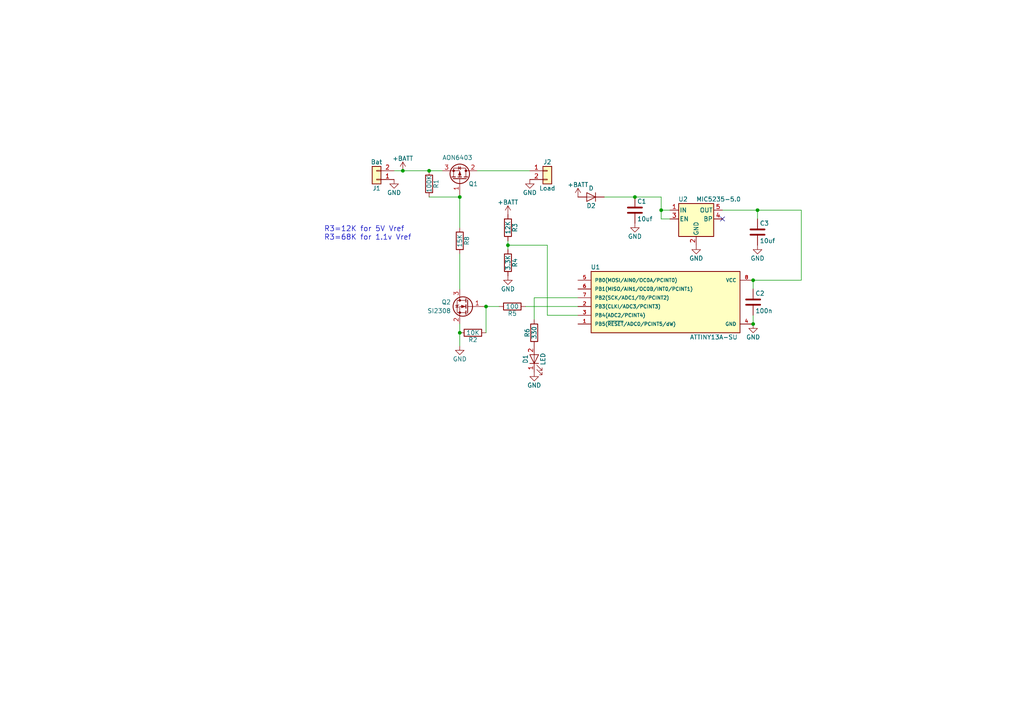
<source format=kicad_sch>
(kicad_sch (version 20230121) (generator eeschema)
  (paper "A4")
  (lib_symbols
    (symbol "BatProtect-rescue:+BATT" (power) (pin_names (offset 0))
      (property "Value" "+BATT" (at 0 3.556 0))
      (symbol "+BATT_0_1"
        (polyline (pts (xy -0.762 1.27) (xy 0 2.54)))
        (polyline (pts (xy 0 0) (xy 0 2.54)))
        (polyline (pts (xy 0 2.54) (xy 0.762 1.27)))
      )
      (symbol "+BATT_1_1"
        (pin power_in line (at 0 0 90) (length 0) hide (name "+BATT") (number "1"))
      )
    )
    (symbol "BatProtect-rescue:ATTINY13A-SU" (pin_names (offset 1.016))
      (property "Reference" "U" (at -20.32 10.16 0))
      (property "Value" "ATTINY13A-SU" (at 16.51 -10.16 0))
      (symbol "ATTINY13A-SU_0_1"
        (rectangle (start -21.59 8.89) (end 21.59 -8.89) (stroke (width 0.254)) (fill (type background)))
      )
      (symbol "ATTINY13A-SU_1_1"
        (pin bidirectional line (at -25.4 -6.35 0) (length 3.81) (name "PB5(~{RESET}/ADC0/PCINT5/dW)") (number "1"))
        (pin bidirectional line (at -25.4 -1.27 0) (length 3.81) (name "PB3(CLKI/ADC3/PCINT3)") (number "2"))
        (pin bidirectional line (at -25.4 -3.81 0) (length 3.81) (name "PB4(ADC2/PCINT4)") (number "3"))
        (pin power_in line (at 25.4 -6.35 180) (length 3.81) (name "GND") (number "4"))
        (pin bidirectional line (at -25.4 6.35 0) (length 3.81) (name "PB0(MOSI/AIN0/OC0A/PCINT0)") (number "5"))
        (pin bidirectional line (at -25.4 3.81 0) (length 3.81) (name "PB1(MISO/AIN1/OC0B/INT0/PCINT1)") (number "6"))
        (pin bidirectional line (at -25.4 1.27 0) (length 3.81) (name "PB2(SCK/ADC1/T0/PCINT2)") (number "7"))
        (pin power_in line (at 25.4 6.35 180) (length 3.81) (name "VCC") (number "8"))
      )
    )
    (symbol "BatProtect-rescue:C" (pin_numbers hide) (pin_names (offset 0.254))
      (property "Reference" "C" (at 0.635 2.54 0))
      (property "Value" "C" (at 0.635 -2.54 0))
      (symbol "C_0_1"
        (polyline (pts (xy -2.032 -0.762) (xy 2.032 -0.762)) (stroke (width 0.508)))
        (polyline (pts (xy -2.032 0.762) (xy 2.032 0.762)) (stroke (width 0.508)))
      )
      (symbol "C_1_1"
        (pin passive line (at 0 3.81 270) (length 2.794) (name "~") (number "1"))
        (pin passive line (at 0 -3.81 90) (length 2.794) (name "~") (number "2"))
      )
    )
    (symbol "BatProtect-rescue:Conn_01x02" (pin_names (offset 1.016) hide)
      (property "Reference" "J" (at 0 2.54 0))
      (property "Value" "Conn_01x02" (at 0 -5.08 0))
      (symbol "Conn_01x02_1_1"
        (rectangle (start -1.27 -2.413) (end 0 -2.667) (stroke (width 0.1524)))
        (rectangle (start -1.27 0.127) (end 0 -0.127) (stroke (width 0.1524)))
        (rectangle (start -1.27 1.27) (end 1.27 -3.81) (stroke (width 0.254)) (fill (type background)))
        (pin passive line (at -5.08 0 0) (length 3.81) (name "Pin_1") (number "1"))
        (pin passive line (at -5.08 -2.54 0) (length 3.81) (name "Pin_2") (number "2"))
      )
    )
    (symbol "BatProtect-rescue:D" (pin_numbers hide) (pin_names (offset 1.016) hide)
      (property "Reference" "D" (at 0 2.54 0))
      (property "Value" "D" (at 0 -2.54 0))
      (symbol "D_0_1"
        (polyline (pts (xy -1.27 1.27) (xy -1.27 -1.27)) (stroke (width 0.2032)))
        (polyline (pts (xy 1.27 0) (xy -1.27 0)))
        (polyline (pts (xy 1.27 1.27) (xy 1.27 -1.27) (xy -1.27 0) (xy 1.27 1.27)) (stroke (width 0.2032)))
      )
      (symbol "D_1_1"
        (pin passive line (at -3.81 0 0) (length 2.54) (name "K") (number "1"))
        (pin passive line (at 3.81 0 180) (length 2.54) (name "A") (number "2"))
      )
    )
    (symbol "BatProtect-rescue:GND" (power) (pin_names (offset 0))
      (property "Value" "GND" (at 0 -3.81 0))
      (symbol "GND_0_1"
        (polyline (pts (xy 0 0) (xy 0 -1.27) (xy 1.27 -1.27) (xy 0 -2.54) (xy -1.27 -1.27) (xy 0 -1.27)))
      )
      (symbol "GND_1_1"
        (pin power_in line (at 0 0 270) (length 0) hide (name "GND") (number "1"))
      )
    )
    (symbol "BatProtect-rescue:LED" (pin_names (offset 1.016) hide)
      (property "Reference" "D" (at 0 2.54 0))
      (property "Value" "LED" (at 0 -2.54 0))
      (symbol "LED_0_1"
        (polyline (pts (xy -1.27 -1.27) (xy -1.27 1.27)) (stroke (width 0.2032)))
        (polyline (pts (xy -1.27 0) (xy 1.27 0)))
        (polyline (pts (xy 1.27 -1.27) (xy 1.27 1.27) (xy -1.27 0) (xy 1.27 -1.27)) (stroke (width 0.2032)))
        (polyline (pts (xy -3.048 -0.762) (xy -4.572 -2.286) (xy -3.81 -2.286) (xy -4.572 -2.286) (xy -4.572 -1.524)))
        (polyline (pts (xy -1.778 -0.762) (xy -3.302 -2.286) (xy -2.54 -2.286) (xy -3.302 -2.286) (xy -3.302 -1.524)))
      )
      (symbol "LED_1_1"
        (pin passive line (at -3.81 0 0) (length 2.54) (name "K") (number "1"))
        (pin passive line (at 3.81 0 180) (length 2.54) (name "A") (number "2"))
      )
    )
    (symbol "BatProtect-rescue:MIC5219-5.0" (pin_names (offset 0.254))
      (property "Reference" "U" (at -3.81 5.715 0))
      (property "Value" "MIC5219-5.0" (at 0 5.715 0))
      (symbol "MIC5219-5.0_0_1"
        (rectangle (start -5.08 4.445) (end 5.08 -5.08) (stroke (width 0.254)) (fill (type background)))
      )
      (symbol "MIC5219-5.0_1_1"
        (pin power_in line (at -7.62 2.54 0) (length 2.54) (name "IN") (number "1"))
        (pin power_in line (at 0 -7.62 90) (length 2.54) (name "GND") (number "2"))
        (pin input line (at -7.62 0 0) (length 2.54) (name "EN") (number "3"))
        (pin input line (at 7.62 0 180) (length 2.54) (name "BP") (number "4"))
        (pin power_out line (at 7.62 2.54 180) (length 2.54) (name "OUT") (number "5"))
      )
    )
    (symbol "BatProtect-rescue:Q_NMOS_GSD" (pin_names (offset 0) hide)
      (property "Reference" "Q" (at 5.08 1.27 0))
      (property "Value" "Q_NMOS_GSD" (at 5.08 -1.27 0))
      (symbol "Q_NMOS_GSD_0_1"
        (polyline (pts (xy 0.0508 0) (xy 0.254 0)))
        (polyline (pts (xy 0.762 -1.778) (xy 2.54 -1.778)))
        (polyline (pts (xy 0.762 -1.27) (xy 0.762 -2.286)) (stroke (width 0.254)))
        (polyline (pts (xy 0.762 0) (xy 2.54 0)))
        (polyline (pts (xy 0.762 0.508) (xy 0.762 -0.508)) (stroke (width 0.254)))
        (polyline (pts (xy 0.762 1.778) (xy 2.54 1.778)))
        (polyline (pts (xy 0.762 2.286) (xy 0.762 1.27)) (stroke (width 0.254)))
        (polyline (pts (xy 2.54 -1.778) (xy 2.54 -2.54)))
        (polyline (pts (xy 2.54 -1.778) (xy 2.54 0)))
        (polyline (pts (xy 2.54 2.54) (xy 2.54 1.778)))
        (polyline (pts (xy 0.254 1.905) (xy 0.254 -1.905) (xy 0.254 -1.905)) (stroke (width 0.254)))
        (polyline (pts (xy 1.016 0) (xy 2.032 0.381) (xy 2.032 -0.381) (xy 1.016 0)) (fill (type outline)))
        (polyline (pts (xy 2.54 -1.778) (xy 3.302 -1.778) (xy 3.302 1.778) (xy 2.54 1.778)))
        (polyline (pts (xy 2.794 0.508) (xy 2.921 0.381) (xy 3.683 0.381) (xy 3.81 0.254)))
        (polyline (pts (xy 3.302 0.381) (xy 2.921 -0.254) (xy 3.683 -0.254) (xy 3.302 0.381)))
        (circle (center 1.651 0) (radius 2.8194) (stroke (width 0.254)))
        (circle (center 2.54 -1.778) (radius 0.2794) (fill (type outline)))
        (circle (center 2.54 1.778) (radius 0.2794) (fill (type outline)))
      )
      (symbol "Q_NMOS_GSD_1_1"
        (pin input line (at -5.08 0 0) (length 5.08) (name "G") (number "1"))
        (pin passive line (at 2.54 -5.08 90) (length 2.54) (name "S") (number "2"))
        (pin passive line (at 2.54 5.08 270) (length 2.54) (name "D") (number "3"))
      )
    )
    (symbol "BatProtect-rescue:Q_PMOS_GDS" (pin_names (offset 0) hide)
      (property "Reference" "Q" (at 5.08 1.27 0))
      (property "Value" "Q_PMOS_GDS" (at 5.08 -1.27 0))
      (symbol "Q_PMOS_GDS_0_1"
        (polyline (pts (xy 0.0508 0) (xy 0.254 0)))
        (polyline (pts (xy 0.762 -1.778) (xy 2.54 -1.778)))
        (polyline (pts (xy 0.762 -1.27) (xy 0.762 -2.286)) (stroke (width 0.254)))
        (polyline (pts (xy 0.762 0) (xy 2.54 0)))
        (polyline (pts (xy 0.762 0.508) (xy 0.762 -0.508)) (stroke (width 0.254)))
        (polyline (pts (xy 0.762 1.778) (xy 2.54 1.778)))
        (polyline (pts (xy 0.762 2.286) (xy 0.762 1.27)) (stroke (width 0.254)))
        (polyline (pts (xy 2.54 -1.778) (xy 2.54 -2.54)))
        (polyline (pts (xy 2.54 -1.778) (xy 2.54 0)))
        (polyline (pts (xy 2.54 2.54) (xy 2.54 1.778)))
        (polyline (pts (xy 0.254 1.905) (xy 0.254 -1.905) (xy 0.254 -1.905)) (stroke (width 0.254)))
        (polyline (pts (xy 2.286 0) (xy 1.27 -0.381) (xy 1.27 0.381) (xy 2.286 0)) (fill (type outline)))
        (polyline (pts (xy 2.54 -1.778) (xy 3.302 -1.778) (xy 3.302 1.778) (xy 2.54 1.778)))
        (polyline (pts (xy 2.794 -0.508) (xy 2.921 -0.381) (xy 3.683 -0.381) (xy 3.81 -0.254)))
        (polyline (pts (xy 3.302 -0.381) (xy 2.921 0.254) (xy 3.683 0.254) (xy 3.302 -0.381)))
        (circle (center 1.651 0) (radius 2.8194) (stroke (width 0.254)))
        (circle (center 2.54 -1.778) (radius 0.2794) (fill (type outline)))
        (circle (center 2.54 1.778) (radius 0.2794) (fill (type outline)))
      )
      (symbol "Q_PMOS_GDS_1_1"
        (pin input line (at -5.08 0 0) (length 5.08) (name "G") (number "1"))
        (pin passive line (at 2.54 5.08 270) (length 2.54) (name "D") (number "2"))
        (pin passive line (at 2.54 -5.08 90) (length 2.54) (name "S") (number "3"))
      )
    )
    (symbol "BatProtect-rescue:R" (pin_numbers hide) (pin_names (offset 0))
      (property "Reference" "R" (at 2.032 0 90))
      (property "Value" "R" (at 0 0 90))
      (symbol "R_0_1"
        (rectangle (start -1.016 -2.54) (end 1.016 2.54) (stroke (width 0.254)))
      )
      (symbol "R_1_1"
        (pin passive line (at 0 3.81 270) (length 1.27) (name "~") (number "1"))
        (pin passive line (at 0 -3.81 90) (length 1.27) (name "~") (number "2"))
      )
    )
  )
  (junction (at 184.15 57.15))
  (junction (at 147.32 71.12))
  (junction (at 218.44 93.98))
  (junction (at 191.77 60.96))
  (junction (at 140.97 88.9))
  (junction (at 124.46 49.53))
  (junction (at 219.71 60.96))
  (junction (at 218.44 81.28))
  (junction (at 133.35 57.15))
  (junction (at 116.84 49.53))
  (junction (at 133.35 96.52))
  (no_connect (at 209.55 63.5))
  (wire (pts (xy 175.26 57.15) (xy 184.15 57.15)))
  (wire (pts (xy 191.77 57.15) (xy 191.77 60.96)))
  (wire (pts (xy 209.55 60.96) (xy 219.71 60.96)))
  (wire (pts (xy 219.71 60.96) (xy 219.71 63.5)))
  (wire (pts (xy 133.35 96.52) (xy 133.35 100.33)))
  (wire (pts (xy 154.94 92.71) (xy 154.94 86.36)))
  (wire (pts (xy 116.84 49.53) (xy 124.46 49.53)))
  (wire (pts (xy 133.35 93.98) (xy 133.35 96.52)))
  (wire (pts (xy 114.3 49.53) (xy 116.84 49.53)))
  (wire (pts (xy 152.4 88.9) (xy 167.64 88.9)))
  (wire (pts (xy 133.35 73.66) (xy 133.35 83.82)))
  (wire (pts (xy 218.44 93.98) (xy 218.44 91.44)))
  (wire (pts (xy 140.97 96.52) (xy 140.97 88.9)))
  (wire (pts (xy 191.77 63.5) (xy 194.31 63.5)))
  (wire (pts (xy 140.97 88.9) (xy 144.78 88.9)))
  (wire (pts (xy 232.41 60.96) (xy 232.41 81.28)))
  (wire (pts (xy 138.43 49.53) (xy 153.67 49.53)))
  (wire (pts (xy 219.71 60.96) (xy 232.41 60.96)))
  (wire (pts (xy 158.75 71.12) (xy 158.75 91.44)))
  (wire (pts (xy 184.15 57.15) (xy 191.77 57.15)))
  (wire (pts (xy 147.32 71.12) (xy 147.32 72.39)))
  (wire (pts (xy 124.46 49.53) (xy 128.27 49.53)))
  (wire (pts (xy 133.35 57.15) (xy 133.35 66.04)))
  (wire (pts (xy 191.77 60.96) (xy 194.31 60.96)))
  (wire (pts (xy 158.75 91.44) (xy 167.64 91.44)))
  (wire (pts (xy 154.94 86.36) (xy 167.64 86.36)))
  (wire (pts (xy 191.77 60.96) (xy 191.77 63.5)))
  (wire (pts (xy 147.32 69.85) (xy 147.32 71.12)))
  (wire (pts (xy 218.44 81.28) (xy 218.44 83.82)))
  (wire (pts (xy 232.41 81.28) (xy 218.44 81.28)))
  (wire (pts (xy 124.46 57.15) (xy 133.35 57.15)))
  (wire (pts (xy 147.32 71.12) (xy 158.75 71.12)))
  (text "R3=12K for 5V Vref\nR3=68K for 1.1v Vref" (at 93.98 69.85 0) (effects (font (size 1.524 1.524)) (justify left bottom)))
  (symbol (lib_id "BatProtect-rescue:Conn_01x02") (at 109.22 52.07 180) (unit 1)
    (property "Reference" "J1" (at 109.22 54.61 0))
    (property "Value" "Bat" (at 109.22 46.99 0))
    (property "Footprint" "KiCadCustomLibs:Connector_2x5mm_1.5Drill" (effects hide))
  )
  (symbol (lib_id "BatProtect-rescue:Conn_01x02") (at 158.75 49.53 0) (unit 1)
    (property "Reference" "J2" (at 158.75 46.99 0))
    (property "Value" "Load" (at 158.75 54.61 0))
    (property "Footprint" "KiCadCustomLibs:Connector_2x5mm_1.5Drill" (effects hide))
  )
  (symbol (lib_id "BatProtect-rescue:GND") (at 114.3 52.07 0) (unit 1)
    (property "Reference" "#PWR01" (effects hide))
    (property "Value" "GND" (at 114.3 55.88 0))
  )
  (symbol (lib_id "BatProtect-rescue:GND") (at 153.67 52.07 0) (unit 1)
    (property "Reference" "#PWR02" (effects hide))
    (property "Value" "GND" (at 153.67 55.88 0))
  )
  (symbol (lib_id "BatProtect-rescue:GND") (at 133.35 100.33 0) (unit 1)
    (property "Reference" "#PWR03" (effects hide))
    (property "Value" "GND" (at 133.35 104.14 0))
  )
  (symbol (lib_id "BatProtect-rescue:R") (at 124.46 53.34 0) (unit 1)
    (property "Reference" "R1" (at 126.492 53.34 90))
    (property "Value" "100K" (at 124.46 53.34 90))
    (property "Footprint" "Resistors_SMD:R_0603" (effects hide))
  )
  (symbol (lib_id "BatProtect-rescue:R") (at 137.16 96.52 270) (unit 1)
    (property "Reference" "R2" (at 137.16 98.552 90))
    (property "Value" "10K" (at 137.16 96.52 90))
    (property "Footprint" "Resistors_SMD:R_0603" (effects hide))
  )
  (symbol (lib_id "BatProtect-rescue:R") (at 148.59 88.9 270) (unit 1)
    (property "Reference" "R5" (at 148.59 90.932 90))
    (property "Value" "100" (at 148.59 88.9 90))
    (property "Footprint" "Resistors_SMD:R_0603" (effects hide))
  )
  (symbol (lib_id "BatProtect-rescue:+BATT") (at 116.84 49.53 0) (unit 1)
    (property "Reference" "#PWR04" (effects hide))
    (property "Value" "+BATT" (at 116.84 45.974 0))
  )
  (symbol (lib_id "BatProtect-rescue:R") (at 147.32 66.04 0) (unit 1)
    (property "Reference" "R3" (at 149.352 66.04 90))
    (property "Value" "12K" (at 147.32 66.04 90))
    (property "Footprint" "Resistors_SMD:R_0603" (effects hide))
  )
  (symbol (lib_id "BatProtect-rescue:R") (at 147.32 76.2 0) (unit 1)
    (property "Reference" "R4" (at 149.352 76.2 90))
    (property "Value" "3.3K" (at 147.32 76.2 90))
    (property "Footprint" "Resistors_SMD:R_0603" (effects hide))
  )
  (symbol (lib_id "BatProtect-rescue:GND") (at 147.32 80.01 0) (unit 1)
    (property "Reference" "#PWR05" (effects hide))
    (property "Value" "GND" (at 147.32 83.82 0))
  )
  (symbol (lib_id "BatProtect-rescue:+BATT") (at 147.32 62.23 0) (unit 1)
    (property "Reference" "#PWR06" (effects hide))
    (property "Value" "+BATT" (at 147.32 58.674 0))
  )
  (symbol (lib_id "BatProtect-rescue:MIC5219-5.0") (at 201.93 63.5 0) (unit 1)
    (property "Reference" "U2" (at 198.12 57.785 0))
    (property "Value" "MIC5235-5.0" (at 201.93 57.785 0) (effects (justify left)))
    (property "Footprint" "TO_SOT_Packages_SMD:SOT-23-5" (effects hide))
  )
  (symbol (lib_id "BatProtect-rescue:GND") (at 201.93 71.12 0) (unit 1)
    (property "Reference" "#PWR07" (effects hide))
    (property "Value" "GND" (at 201.93 74.93 0))
  )
  (symbol (lib_id "BatProtect-rescue:GND") (at 218.44 93.98 0) (unit 1)
    (property "Reference" "#PWR08" (effects hide))
    (property "Value" "GND" (at 218.44 97.79 0))
  )
  (symbol (lib_id "BatProtect-rescue:D") (at 171.45 57.15 180) (unit 1)
    (property "Reference" "D2" (at 171.45 59.69 0))
    (property "Value" "D" (at 171.45 54.61 0))
    (property "Footprint" "Diodes_SMD:D_SOD-323_HandSoldering" (effects hide))
  )
  (symbol (lib_id "BatProtect-rescue:+BATT") (at 167.64 57.15 0) (unit 1)
    (property "Reference" "#PWR09" (effects hide))
    (property "Value" "+BATT" (at 167.64 53.594 0))
  )
  (symbol (lib_id "BatProtect-rescue:C") (at 218.44 87.63 0) (unit 1)
    (property "Reference" "C2" (at 219.075 85.09 0) (effects (justify left)))
    (property "Value" "100n" (at 219.075 90.17 0) (effects (justify left)))
    (property "Footprint" "Capacitors_SMD:C_0603" (effects hide))
  )
  (symbol (lib_id "BatProtect-rescue:C") (at 219.71 67.31 0) (unit 1)
    (property "Reference" "C3" (at 220.345 64.77 0) (effects (justify left)))
    (property "Value" "10uf" (at 220.345 69.85 0) (effects (justify left)))
    (property "Footprint" "Capacitors_SMD:C_0603" (effects hide))
  )
  (symbol (lib_id "BatProtect-rescue:GND") (at 219.71 71.12 0) (unit 1)
    (property "Reference" "#PWR010" (effects hide))
    (property "Value" "GND" (at 219.71 74.93 0))
  )
  (symbol (lib_id "BatProtect-rescue:LED") (at 154.94 104.14 90) (unit 1)
    (property "Reference" "D1" (at 152.4 104.14 0))
    (property "Value" "LED" (at 157.48 104.14 0))
    (property "Footprint" "LEDs:LED_0805" (effects hide))
  )
  (symbol (lib_id "BatProtect-rescue:GND") (at 154.94 107.95 0) (unit 1)
    (property "Reference" "#PWR011" (effects hide))
    (property "Value" "GND" (at 154.94 111.76 0))
  )
  (symbol (lib_id "BatProtect-rescue:R") (at 154.94 96.52 180) (unit 1)
    (property "Reference" "R6" (at 152.908 96.52 90))
    (property "Value" "330" (at 154.94 96.52 90))
    (property "Footprint" "Resistors_SMD:R_0603" (effects hide))
  )
  (symbol (lib_id "BatProtect-rescue:Q_PMOS_GDS") (at 133.35 52.07 270) (mirror x) (unit 1)
    (property "Reference" "Q1" (at 135.89 53.34 90) (effects (justify left)))
    (property "Value" "AON6403" (at 128.27 45.72 90) (effects (justify left)))
    (property "Footprint" "KiCadCustomLibs:DFN-8-1EP_6x5mm" (effects hide))
  )
  (symbol (lib_id "BatProtect-rescue:R") (at 133.35 69.85 0) (unit 1)
    (property "Reference" "R8" (at 135.382 69.85 90))
    (property "Value" "15K" (at 133.35 69.85 90))
    (property "Footprint" "Resistors_SMD:R_0603" (effects hide))
  )
  (symbol (lib_id "BatProtect-rescue:Q_NMOS_GSD") (at 135.89 88.9 0) (mirror y) (unit 1)
    (property "Reference" "Q2" (at 130.81 87.63 0) (effects (justify left)))
    (property "Value" "SI2308" (at 130.81 90.17 0) (effects (justify left)))
    (property "Footprint" "TO_SOT_Packages_SMD:SOT-23" (effects hide))
  )
  (symbol (lib_id "BatProtect-rescue:ATTINY13A-SU") (at 193.04 87.63 0) (unit 1)
    (property "Reference" "U1" (at 172.72 77.47 0))
    (property "Value" "ATTINY13A-SU" (at 207.01 97.79 0))
    (property "Footprint" "Housings_SOIC:SOIC-8_3.9x4.9mm_Pitch1.27mm" (effects hide))
  )
  (symbol (lib_id "BatProtect-rescue:C") (at 184.15 60.96 0) (unit 1)
    (property "Reference" "C1" (at 184.785 58.42 0) (effects (justify left)))
    (property "Value" "10uf" (at 184.785 63.5 0) (effects (justify left)))
    (property "Footprint" "Capacitors_SMD:C_0603" (effects hide))
  )
  (symbol (lib_id "BatProtect-rescue:GND") (at 184.15 64.77 0) (unit 1)
    (property "Reference" "#PWR012" (effects hide))
    (property "Value" "GND" (at 184.15 68.58 0))
  )
)
</source>
